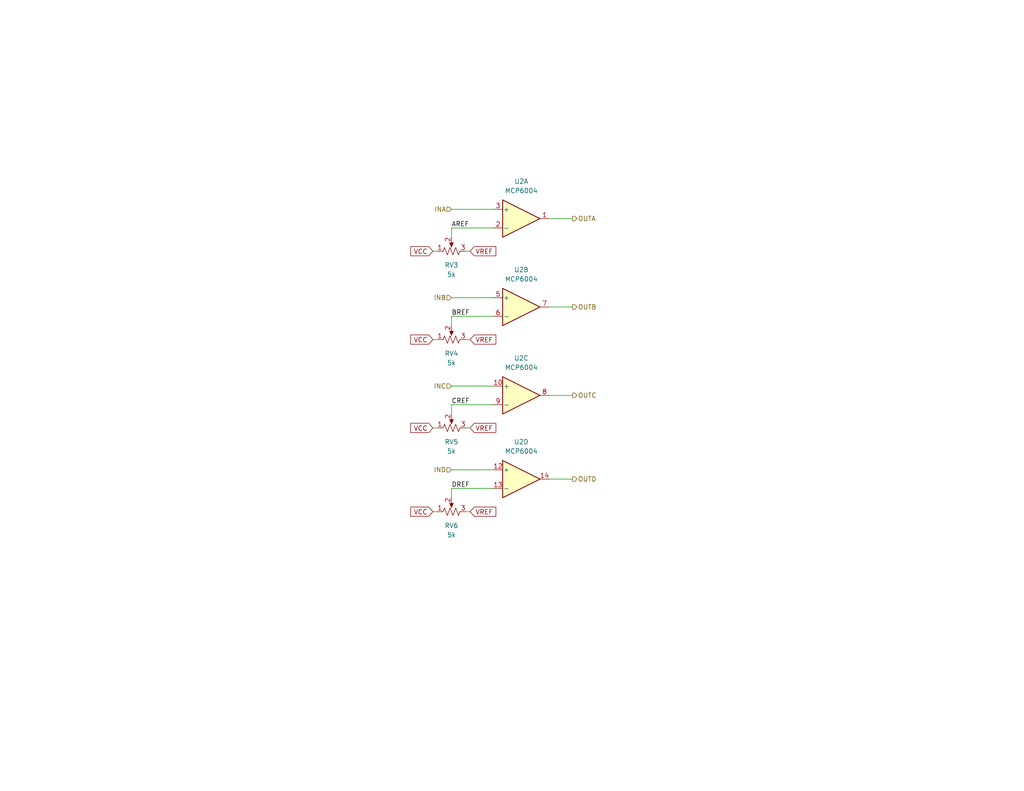
<source format=kicad_sch>
(kicad_sch (version 20250114) (generator "eeschema") (generator_version "9.0")
  (paper "USLetter")
  (title_block (title "EL223FP4L1") (date "2025-05-08") (rev "1") (company "Boles & Walker") (comment 1 "LED Comparator"))
  (lib_symbols
    (symbol "Amplifier_Operational:MCP6004" (pin_names (offset 0.127))
      (property "Reference" "U" (at 0 5.08 0))
      (property "Value" "MCP6004" (at 0 -5.08 0))
      (symbol "MCP6004_1_1"
        (polyline (pts (xy -5.08 5.08) (xy 5.08 0) (xy -5.08 -5.08) (xy -5.08 5.08)) (stroke (width 0.254)) (fill (type background)))
        (pin input line (at -7.62 2.54 0) (length 2.54) (name "+") (number "3"))
        (pin input line (at -7.62 -2.54 0) (length 2.54) (name "-") (number "2"))
        (pin output line (at 7.62 0 180) (length 2.54) (name "~") (number "1"))
      )
      (symbol "MCP6004_2_1"
        (polyline (pts (xy -5.08 5.08) (xy 5.08 0) (xy -5.08 -5.08) (xy -5.08 5.08)) (stroke (width 0.254)) (fill (type background)))
        (pin input line (at -7.62 2.54 0) (length 2.54) (name "+") (number "5"))
        (pin input line (at -7.62 -2.54 0) (length 2.54) (name "-") (number "6"))
        (pin output line (at 7.62 0 180) (length 2.54) (name "~") (number "7"))
      )
      (symbol "MCP6004_3_1"
        (polyline (pts (xy -5.08 5.08) (xy 5.08 0) (xy -5.08 -5.08) (xy -5.08 5.08)) (stroke (width 0.254)) (fill (type background)))
        (pin input line (at -7.62 2.54 0) (length 2.54) (name "+") (number "10"))
        (pin input line (at -7.62 -2.54 0) (length 2.54) (name "-") (number "9"))
        (pin output line (at 7.62 0 180) (length 2.54) (name "~") (number "8"))
      )
      (symbol "MCP6004_4_1"
        (polyline (pts (xy -5.08 5.08) (xy 5.08 0) (xy -5.08 -5.08) (xy -5.08 5.08)) (stroke (width 0.254)) (fill (type background)))
        (pin input line (at -7.62 2.54 0) (length 2.54) (name "+") (number "12"))
        (pin input line (at -7.62 -2.54 0) (length 2.54) (name "-") (number "13"))
        (pin output line (at 7.62 0 180) (length 2.54) (name "~") (number "14"))
      )
      (symbol "MCP6004_5_1"
        (pin power_in line (at -2.54 7.62 270) (length 3.81) (name "V+") (number "4"))
        (pin power_in line (at -2.54 -7.62 90) (length 3.81) (name "V-") (number "11"))
      )
    )
    (symbol "Device:R_Potentiometer_US" (pin_names (offset 1.016) (hide yes))
      (property "Reference" "RV" (at -4.445 0 90))
      (property "Value" "R_Potentiometer_US" (at -2.54 0 90))
      (symbol "R_Potentiometer_US_0_1"
        (polyline (pts (xy 0 2.54) (xy 0 2.286)))
        (polyline (pts (xy 0 2.286) (xy 1.016 1.905) (xy 0 1.524) (xy -1.016 1.143) (xy 0 0.762)))
        (polyline (pts (xy 0 0.762) (xy 1.016 0.381) (xy 0 0) (xy -1.016 -0.381) (xy 0 -0.762)))
        (polyline (pts (xy 0 -0.762) (xy 1.016 -1.143) (xy 0 -1.524) (xy -1.016 -1.905) (xy 0 -2.286)))
        (polyline (pts (xy 0 -2.286) (xy 0 -2.54)))
        (polyline (pts (xy 1.143 0) (xy 2.286 0.508) (xy 2.286 -0.508) (xy 1.143 0)) (fill (type outline)))
        (polyline (pts (xy 2.54 0) (xy 1.524 0)))
      )
      (symbol "R_Potentiometer_US_1_1"
        (pin passive line (at 0 3.81 270) (length 1.27) (name "1") (number "1"))
        (pin passive line (at 0 -3.81 90) (length 1.27) (name "3") (number "3"))
        (pin passive line (at 3.81 0 180) (length 1.27) (name "2") (number "2"))
      )
    )
  )
  (wire (pts (xy 118.11 139.7) (xy 119.38 139.7)))
  (wire (pts (xy 118.11 92.71) (xy 119.38 92.71)))
  (wire (pts (xy 123.19 110.49) (xy 134.62 110.49)))
  (wire (pts (xy 123.19 86.36) (xy 134.62 86.36)))
  (wire (pts (xy 123.19 57.15) (xy 134.62 57.15)))
  (wire (pts (xy 128.27 139.7) (xy 127 139.7)))
  (wire (pts (xy 118.11 68.58) (xy 119.38 68.58)))
  (wire (pts (xy 123.19 128.27) (xy 134.62 128.27)))
  (wire (pts (xy 118.11 116.84) (xy 119.38 116.84)))
  (wire (pts (xy 156.21 130.81) (xy 149.86 130.81)))
  (wire (pts (xy 123.19 62.23) (xy 134.62 62.23)))
  (wire (pts (xy 123.19 88.9) (xy 123.19 86.36)))
  (wire (pts (xy 123.19 64.77) (xy 123.19 62.23)))
  (wire (pts (xy 128.27 68.58) (xy 127 68.58)))
  (wire (pts (xy 123.19 81.28) (xy 134.62 81.28)))
  (wire (pts (xy 149.86 59.69) (xy 156.21 59.69)))
  (wire (pts (xy 128.27 92.71) (xy 127 92.71)))
  (wire (pts (xy 123.19 113.03) (xy 123.19 110.49)))
  (wire (pts (xy 123.19 133.35) (xy 134.62 133.35)))
  (wire (pts (xy 123.19 135.89) (xy 123.19 133.35)))
  (wire (pts (xy 156.21 107.95) (xy 149.86 107.95)))
  (wire (pts (xy 128.27 116.84) (xy 127 116.84)))
  (wire (pts (xy 156.21 83.82) (xy 149.86 83.82)))
  (wire (pts (xy 123.19 105.41) (xy 134.62 105.41)))
  (label "AREF" (at 123.19 62.23 0))
  (label "CREF" (at 123.19 110.49 0))
  (label "DREF" (at 123.19 133.35 0))
  (label "BREF" (at 123.19 86.36 0))
  (global_label "VCC" (shape input) (at 118.11 116.84 180) (property "Intersheetrefs" "${INTERSHEET_REFS}" (effects (hide yes))))
  (global_label "VREF" (shape input) (at 128.27 139.7 0) (property "Intersheetrefs" "${INTERSHEET_REFS}" (effects (hide yes))))
  (global_label "VREF" (shape input) (at 128.27 68.58 0) (property "Intersheetrefs" "${INTERSHEET_REFS}" (effects (hide yes))))
  (global_label "VCC" (shape input) (at 118.11 68.58 180) (property "Intersheetrefs" "${INTERSHEET_REFS}" (effects (hide yes))))
  (global_label "VREF" (shape input) (at 128.27 116.84 0) (property "Intersheetrefs" "${INTERSHEET_REFS}" (effects (hide yes))))
  (global_label "VCC" (shape input) (at 118.11 139.7 180) (property "Intersheetrefs" "${INTERSHEET_REFS}" (effects (hide yes))))
  (global_label "VCC" (shape input) (at 118.11 92.71 180) (property "Intersheetrefs" "${INTERSHEET_REFS}" (effects (hide yes))))
  (global_label "VREF" (shape input) (at 128.27 92.71 0) (property "Intersheetrefs" "${INTERSHEET_REFS}" (effects (hide yes))))
  (hierarchical_label "OUTA" (shape output) (at 156.21 59.69 0))
  (hierarchical_label "INB" (shape input) (at 123.19 81.28 180))
  (hierarchical_label "INA" (shape input) (at 123.19 57.15 180))
  (hierarchical_label "OUTD" (shape output) (at 156.21 130.81 0))
  (hierarchical_label "OUTC" (shape output) (at 156.21 107.95 0))
  (hierarchical_label "IND" (shape input) (at 123.19 128.27 180))
  (hierarchical_label "INC" (shape input) (at 123.19 105.41 180))
  (hierarchical_label "OUTB" (shape output) (at 156.21 83.82 0))
  (symbol (lib_id "Device:R_Potentiometer_US") (at 123.19 116.84 90) (unit 1)
    (property "Reference" "RV5" (at 123.19 120.65 90))
    (property "Value" "5k" (at 123.19 123.19 90))
    (property "Description" "Potentiometer, US symbol" (effects (hide yes)))
    (property "Sim.Device" "R" (effects (hide yes)))
    (property "Sim.Type" "POT" (effects (hide yes)))
    (property "Sim.Pins" "1=r0 2=wiper 3=r1" (effects (hide yes)))
    (property "Sim.Params" "r=5k pos=0.832" (effects (hide yes)))
  )
  (symbol (lib_id "Device:R_Potentiometer_US") (at 123.19 68.58 90) (unit 1)
    (property "Reference" "RV3" (at 123.19 72.39 90))
    (property "Value" "5k" (at 123.19 74.93 90))
    (property "Description" "Potentiometer, US symbol" (effects (hide yes)))
    (property "Sim.Device" "R" (effects (hide yes)))
    (property "Sim.Type" "POT" (effects (hide yes)))
    (property "Sim.Pins" "1=r0 2=wiper 3=r1" (effects (hide yes)))
    (property "Sim.Params" "r=5k pos=0.832" (effects (hide yes)))
  )
  (symbol (lib_id "Amplifier_Operational:MCP6004") (at 142.24 107.95 0) (unit 3)
    (property "Reference" "U2" (at 142.24 97.79 0))
    (property "Value" "MCP6004" (at 142.24 100.33 0))
    (property "Datasheet" "http://ww1.microchip.com/downloads/en/DeviceDoc/21733j.pdf" (effects (hide yes)))
    (property "Description" "1MHz, Low-Power Op Amp, DIP-14/SOIC-14/TSSOP-14" (effects (hide yes)))
    (property "Sim.Library" "MCP6001.lib" (effects (hide yes)))
    (property "Sim.Name" "MCP6004" (effects (hide yes)))
    (property "Sim.Device" "SUBCKT" (effects (hide yes)))
    (property "Sim.Pins" "1=OUTA 2=A- 3=A+ 4=VDD 5=B+ 6=B- 7=OUTB 8=OUTC 9=C- 10=C+ 11=VSS 12=D+ 13=D- 14=OUTD" (effects (hide yes)))
  )
  (symbol (lib_id "Device:R_Potentiometer_US") (at 123.19 92.71 90) (unit 1)
    (property "Reference" "RV4" (at 123.19 96.52 90))
    (property "Value" "5k" (at 123.19 99.06 90))
    (property "Description" "Potentiometer, US symbol" (effects (hide yes)))
    (property "Sim.Device" "R" (effects (hide yes)))
    (property "Sim.Type" "POT" (effects (hide yes)))
    (property "Sim.Pins" "1=r0 2=wiper 3=r1" (effects (hide yes)))
    (property "Sim.Params" "r=5k pos=0.832" (effects (hide yes)))
  )
  (symbol (lib_id "Amplifier_Operational:MCP6004") (at 142.24 130.81 0) (unit 4)
    (property "Reference" "U2" (at 142.24 120.65 0))
    (property "Value" "MCP6004" (at 142.24 123.19 0))
    (property "Datasheet" "http://ww1.microchip.com/downloads/en/DeviceDoc/21733j.pdf" (effects (hide yes)))
    (property "Description" "1MHz, Low-Power Op Amp, DIP-14/SOIC-14/TSSOP-14" (effects (hide yes)))
    (property "Sim.Library" "MCP6001.lib" (effects (hide yes)))
    (property "Sim.Name" "MCP6004" (effects (hide yes)))
    (property "Sim.Device" "SUBCKT" (effects (hide yes)))
    (property "Sim.Pins" "1=OUTA 2=A- 3=A+ 4=VDD 5=B+ 6=B- 7=OUTB 8=OUTC 9=C- 10=C+ 11=VSS 12=D+ 13=D- 14=OUTD" (effects (hide yes)))
  )
  (symbol (lib_id "Amplifier_Operational:MCP6004") (at 142.24 59.69 0) (unit 1)
    (property "Reference" "U2" (at 142.24 49.53 0))
    (property "Value" "MCP6004" (at 142.24 52.07 0))
    (property "Datasheet" "http://ww1.microchip.com/downloads/en/DeviceDoc/21733j.pdf" (effects (hide yes)))
    (property "Description" "1MHz, Low-Power Op Amp, DIP-14/SOIC-14/TSSOP-14" (effects (hide yes)))
    (property "Sim.Library" "MCP6001.lib" (effects (hide yes)))
    (property "Sim.Name" "MCP6004" (effects (hide yes)))
    (property "Sim.Device" "SUBCKT" (effects (hide yes)))
    (property "Sim.Pins" "1=OUTA 2=A- 3=A+ 4=VDD 5=B+ 6=B- 7=OUTB 8=OUTC 9=C- 10=C+ 11=VSS 12=D+ 13=D- 14=OUTD" (effects (hide yes)))
  )
  (symbol (lib_id "Amplifier_Operational:MCP6004") (at 142.24 83.82 0) (unit 2)
    (property "Reference" "U2" (at 142.24 73.66 0))
    (property "Value" "MCP6004" (at 142.24 76.2 0))
    (property "Datasheet" "http://ww1.microchip.com/downloads/en/DeviceDoc/21733j.pdf" (effects (hide yes)))
    (property "Description" "1MHz, Low-Power Op Amp, DIP-14/SOIC-14/TSSOP-14" (effects (hide yes)))
    (property "Sim.Library" "MCP6001.lib" (effects (hide yes)))
    (property "Sim.Name" "MCP6004" (effects (hide yes)))
    (property "Sim.Device" "SUBCKT" (effects (hide yes)))
    (property "Sim.Pins" "1=OUTA 2=A- 3=A+ 4=VDD 5=B+ 6=B- 7=OUTB 8=OUTC 9=C- 10=C+ 11=VSS 12=D+ 13=D- 14=OUTD" (effects (hide yes)))
  )
  (symbol (lib_id "Device:R_Potentiometer_US") (at 123.19 139.7 90) (unit 1)
    (property "Reference" "RV6" (at 123.19 143.51 90))
    (property "Value" "5k" (at 123.19 146.05 90))
    (property "Description" "Potentiometer, US symbol" (effects (hide yes)))
    (property "Sim.Device" "R" (effects (hide yes)))
    (property "Sim.Type" "POT" (effects (hide yes)))
    (property "Sim.Pins" "1=r0 2=wiper 3=r1" (effects (hide yes)))
    (property "Sim.Params" "r=5k pos=0.832" (effects (hide yes)))
  )
)
</source>
